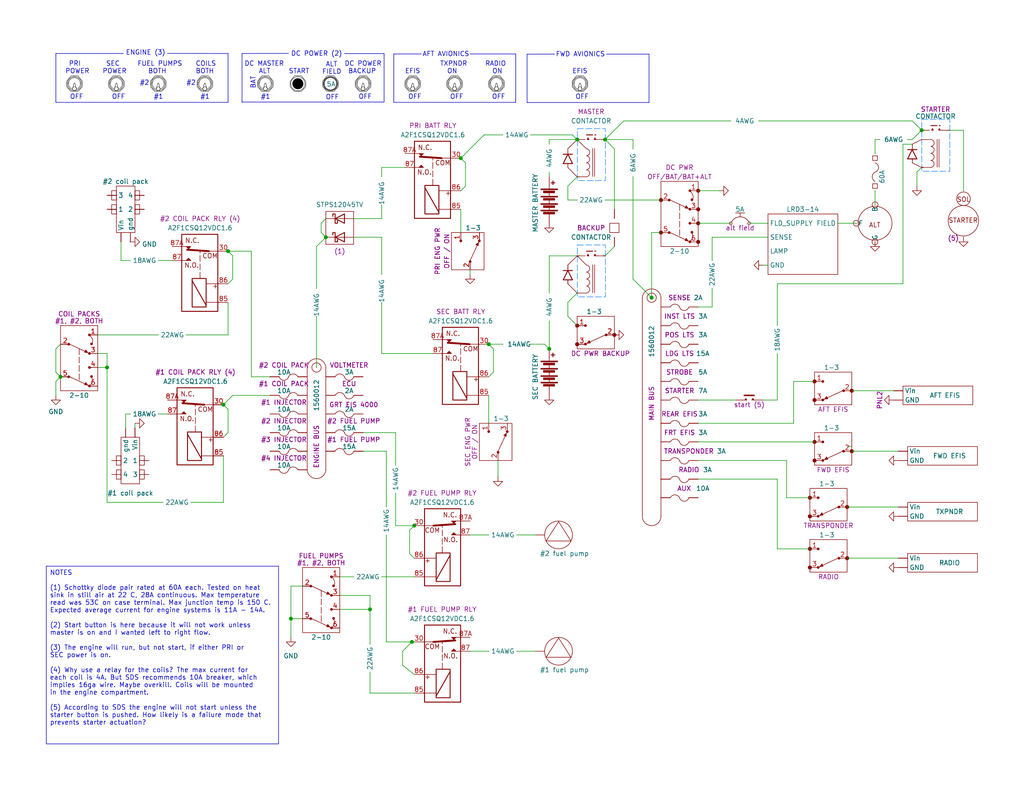
<source format=kicad_sch>
(kicad_sch (version 20230121) (generator eeschema)
  (paper "USLetter")
  (title_block (title "MA5 Charger Schematic") (rev "1"))
  (lib_symbols
    (symbol "1-3_1"
      (property "Reference" "SW" (at 0.1524 8.255 0))
      (property "Value" "1-3" (at -0.0254 6.2992 0))
      (symbol "1-3_1_1_1"
        (pin passive line (at 5.08 2.54 180) (length 2.54) (name "") (number "1"))
        (pin passive line (at -5.08 0 0) (length 2.54) (name "") (number "2"))
        (pin passive line (at 5.08 -2.54 180) (length 2.54) (name "") (number "3"))
      )
    )
    (symbol "2-10_1"
      (property "Value" "2-10" (at 0 -13.7668 0))
      (property "Label" "switch" (at 0 0 0))
      (symbol "2-10_1_1_1"
        (pin passive line (at 5.08 2.54 180) (length 2.54) (name "") (number "1"))
        (pin passive line (at -5.08 0 0) (length 2.54) (name "") (number "2"))
        (pin passive line (at 5.08 -2.54 180) (length 2.54) (name "") (number "3"))
        (pin passive line (at 5.08 -6.35 180) (length 2.54) (name "") (number "4"))
        (pin passive line (at -5.08 -8.89 0) (length 2.54) (name "") (number "5"))
        (pin passive line (at 5.08 -11.43 180) (length 2.54) (name "") (number "6"))
      )
    )
    (symbol "coil_pack_1" (pin_numbers hide)
      (property "Value" "coil pack" (at 0 7.62 0))
      (symbol "coil_pack_1_1_1"
        (pin output line (at -5.08 0 0) (length 2.54) (name "1") (number ""))
        (pin output line (at 5.08 0 180) (length 2.54) (name "2") (number ""))
        (pin output line (at -5.08 3.81 0) (length 2.54) (name "3") (number ""))
        (pin output line (at 5.08 3.81 180) (length 2.54) (name "4") (number ""))
        (pin power_in line (at -1.27 -8.89 90) (length 2.54) (name "Vin") (number "5"))
        (pin power_in line (at 1.27 -8.89 90) (length 2.54) (name "gnd") (number "6"))
      )
    )
    (symbol "contactor_1" (pin_numbers hide) (pin_names (offset 0.254) hide)
      (property "Value" "Contactor" (at 0 12.7 0))
      (symbol "contactor_1_1_1"
        (pin input line (at -6.35 -3.81 90) (length 1) (name "") (number ""))
        (pin input line (at -6.35 1.27 270) (length 1) (name "") (number ""))
        (pin passive line (at -3.81 3.81 0) (length 0.508) (name "~") (number "1"))
        (pin passive line (at -3.81 -6.35 0) (length 0.508) (name "2") (number "2"))
        (pin passive line (at 3.81 3.81 180) (length 0.508) (name "2") (number "3"))
      )
    )
    (symbol "fuse_1" (pin_numbers hide) (pin_names (offset 0) hide)
      (property "Value" "5A" (at 1.27 2.54 0))
      (property "label" "fuse" (at 0 -2.54 0))
      (symbol "fuse_1_1_1"
        (pin input line (at -5.08 0 0) (length 2.54) (name "~") (number ""))
        (pin input line (at 5.08 0 180) (length 2.54) (name "~") (number ""))
      )
    )
    (symbol "ma5_:1-3"
      (property "Reference" "SW" (at 0.1524 8.255 0))
      (property "Value" "1-3" (at -0.0254 6.2992 0))
      (symbol "1-3_1_1"
        (pin passive line (at 5.08 2.54 180) (length 2.54) (name "") (number "1"))
        (pin passive line (at -5.08 0 0) (length 2.54) (name "") (number "2"))
        (pin passive line (at 5.08 -2.54 180) (length 2.54) (name "") (number "3"))
      )
    )
    (symbol "ma5_:14AWG" (pin_numbers hide) (pin_names (offset 0) hide)
      (property "Value" "14AWG" (at 0 0 0))
      (symbol "14AWG_1_1"
        (pin passive line (at -3.81 0 0) (length 0) (name "") (number ""))
        (pin passive line (at 3.81 0 180) (length 0) (name "") (number ""))
      )
    )
    (symbol "ma5_:18AWG" (pin_numbers hide) (pin_names (offset 0) hide)
      (property "Value" "18AWG" (at 0 0 0))
      (symbol "18AWG_1_1"
        (pin passive line (at -3.81 0 0) (length 0) (name "") (number ""))
        (pin passive line (at 3.81 0 180) (length 0) (name "") (number ""))
      )
    )
    (symbol "ma5_:2-10"
      (property "Value" "2-10" (at 0 -13.7668 0))
      (property "Label" "switch" (at 0 0 0))
      (symbol "2-10_1_1"
        (pin passive line (at 5.08 2.54 180) (length 2.54) (name "") (number "1"))
        (pin passive line (at -5.08 0 0) (length 2.54) (name "") (number "2"))
        (pin passive line (at 5.08 -2.54 180) (length 2.54) (name "") (number "3"))
        (pin passive line (at 5.08 -6.35 180) (length 2.54) (name "") (number "4"))
        (pin passive line (at -5.08 -8.89 0) (length 2.54) (name "") (number "5"))
        (pin passive line (at 5.08 -11.43 180) (length 2.54) (name "") (number "6"))
      )
    )
    (symbol "ma5_:22AWG" (pin_numbers hide) (pin_names (offset 0) hide)
      (property "Value" "22AWG" (at 0 0 0))
      (symbol "22AWG_1_1"
        (pin passive line (at -3.81 0 0) (length 0) (name "") (number ""))
        (pin passive line (at 3.81 0 180) (length 0) (name "") (number ""))
      )
    )
    (symbol "ma5_:4AWG" (pin_numbers hide) (pin_names (offset 0) hide)
      (property "Value" "4AWG" (at 0 0 0))
      (symbol "4AWG_1_1"
        (pin passive line (at -3.81 0 0) (length 0) (name "") (number ""))
        (pin passive line (at 3.81 0 180) (length 0) (name "") (number ""))
      )
    )
    (symbol "ma5_:6AWG" (pin_numbers hide) (pin_names (offset 0) hide)
      (property "Value" "6AWG" (at 0 0 0))
      (symbol "6AWG_1_1"
        (pin passive line (at -3.81 0 0) (length 0) (name "") (number ""))
        (pin passive line (at 3.81 0 180) (length 0) (name "") (number ""))
      )
    )
    (symbol "ma5_:A2F1CSQ12VDC1.6"
      (property "Value" "A2F1CSQ12VDC1.6" (at -8.2169 12.7635 0))
      (symbol "A2F1CSQ12VDC1.6_1_1"
        (text "+" (at -4.064 -3.2512 900) (effects (font (size 1.27 1.27))))
        (text "COM" (at -2.6924 5.08 0) (effects (font (size 1.27 1.27))))
        (text "N.C." (at 2.1336 9.271 0) (effects (font (size 1.27 1.27))))
        (text "N.O." (at 2.3114 2.5146 0) (effects (font (size 1.27 1.27))))
        (pin passive line (at -7.62 6.35 0) (length 2.54) (name "") (number "30"))
        (pin passive line (at -7.62 -7.62 0) (length 2.54) (name "") (number "85"))
        (pin passive line (at -7.62 -2.54 0) (length 2.54) (name "~") (number "86"))
        (pin passive line (at 7.62 3.81 180) (length 2.54) (name "~") (number "87"))
        (pin passive line (at 7.62 7.62 180) (length 2.54) (name "~") (number "87A"))
      )
    )
    (symbol "ma5_:ANL current limiter" (pin_numbers hide) (pin_names (offset 0) hide)
      (property "Value" "60A" (at 1.27 2.54 0))
      (property "label" "ANL Current Limiter" (at 0 -2.54 0))
      (symbol "ANL current limiter_1_1"
        (pin input line (at -5.08 0 0) (length 0) (name "~") (number ""))
        (pin input line (at 5.08 0 180) (length 0) (name "~") (number ""))
      )
    )
    (symbol "ma5_:LRD3-14" (pin_numbers hide)
      (property "Value" "LRD3-14" (at 0 10.16 0))
      (symbol "LRD3-14_1_1"
        (pin power_in line (at 10.16 6.35 180) (length 0) (name "FIELD") (number ""))
        (pin power_in line (at -8.89 6.35 0) (length 0) (name "FLD_SUPPLY") (number ""))
        (pin power_in line (at -8.89 -5.08 0) (length 0) (name "GND") (number ""))
        (pin output line (at -8.89 -1.27 0) (length 0) (name "LAMP") (number ""))
        (pin input line (at -8.89 2.54 0) (length 0) (name "SENSE") (number ""))
      )
    )
    (symbol "ma5_:STPS12045TV" (pin_numbers hide) (pin_names (offset 1.016) hide)
      (property "Value" "STPS12045TV" (at -0.0254 -8.4582 0))
      (symbol "STPS12045TV_1_1"
        (pin passive line (at -3.81 0 0) (length 2.54) (name "K") (number "1"))
        (pin passive line (at 3.81 0 180) (length 2.54) (name "A") (number "2"))
        (pin passive line (at 3.81 -5.08 180) (length 2.54) (name "A") (number "3"))
        (pin passive line (at -3.81 -5.08 0) (length 2.54) (name "K") (number "4"))
      )
    )
    (symbol "ma5_:alternator" (pin_numbers hide)
      (symbol "alternator_1_1"
        (text "ALT" (at -0.0762 -0.4572 0) (effects (font (size 1.27 1.27))))
        (pin power_out line (at 0 5.08 270) (length 0) (name "B") (number ""))
        (pin power_in line (at -5.08 0 0) (length 0) (name "F") (number ""))
        (pin power_in line (at 0 -5.08 90) (length 0) (name "G") (number ""))
      )
    )
    (symbol "ma5_:avionics_dev"
      (property "Reference" "U" (at -3.81 3.81 0))
      (property "Value" "avionics device" (at 10.16 0 0))
      (symbol "avionics_dev_1_1"
        (pin power_in line (at -3.81 -1.27 0) (length 2.54) (name "GND") (number ""))
        (pin power_in line (at -3.81 1.27 0) (length 2.54) (name "Vin") (number ""))
      )
    )
    (symbol "ma5_:battery" (pin_numbers hide) (pin_names (offset 0) hide)
      (property "Value" "battery" (at -3.81 -5.08 90))
      (symbol "battery_1_1"
        (pin passive line (at 0 5.08 270) (length 2.54) (name "+") (number "1"))
        (pin passive line (at 0 -7.62 90) (length 2.54) (name "-") (number "2"))
      )
    )
    (symbol "ma5_:brass strip" (pin_numbers hide) (pin_names (offset 0) hide)
      (symbol "brass strip_1_1"
        (pin input line (at -5.08 0 0) (length 2.54) (name "~") (number ""))
        (pin input line (at 5.08 0 180) (length 2.54) (name "~") (number ""))
      )
    )
    (symbol "ma5_:circuit breaker" (pin_numbers hide) (pin_names (offset 0) hide)
      (property "Value" "5A" (at 0 -0.9652 0))
      (symbol "circuit breaker_1_1"
        (pin input line (at -2.54 0 0) (length 0) (name "~") (number ""))
        (pin input line (at 2.54 0 180) (length 0) (name "~") (number ""))
      )
    )
    (symbol "ma5_:circuit breaker graphic" (pin_numbers hide) (pin_names (offset 0) hide) (on_board no)
      (property "Value" "5A" (at 0 0 0))
    )
    (symbol "ma5_:contactor" (pin_numbers hide) (pin_names (offset 0.254) hide)
      (property "Value" "Contactor" (at 0 12.7 0))
      (symbol "contactor_1_1"
        (pin input line (at -6.35 -3.81 90) (length 1) (name "") (number ""))
        (pin input line (at -6.35 1.27 270) (length 1) (name "") (number ""))
        (pin passive line (at -3.81 3.81 0) (length 0.508) (name "~") (number "1"))
        (pin passive line (at -3.81 -6.35 0) (length 0.508) (name "2") (number "2"))
        (pin passive line (at 3.81 3.81 180) (length 0.508) (name "2") (number "3"))
      )
    )
    (symbol "ma5_:fuel_pump"
      (property "Reference" "M" (at 0 5.08 0))
      (property "Value" "fuel pump" (at 0.5334 -4.445 0))
      (symbol "fuel_pump_1_1"
        (pin power_in line (at -6.35 0 0) (length 2.54) (name "") (number ""))
      )
    )
    (symbol "ma5_:fuse" (pin_numbers hide) (pin_names (offset 0) hide)
      (property "Value" "5A" (at 1.27 2.54 0))
      (property "label" "fuse" (at -2.54 2.54 0))
      (symbol "fuse_1_1"
        (pin input line (at -5.08 0 0) (length 2.54) (name "~") (number ""))
        (pin input line (at 5.08 0 180) (length 2.54) (name "~") (number ""))
      )
    )
    (symbol "ma5_:fuse block x 12" (pin_numbers hide) (pin_names hide)
      (property "Value" "1560012" (at 0 -16.51 0))
      (property "label" "12 x fuse block" (at 0 0 90))
      (symbol "fuse block x 12_1_1"
        (pin power_in line (at 0 15.24 270) (length 0) (name "Vin") (number ""))
        (pin power_out line (at -2.54 2.54 0) (length 0) (name "5A") (number "1"))
        (pin power_out line (at 2.54 -2.54 180) (length 0) (name "5A") (number "10"))
        (pin power_out line (at -2.54 -2.54 0) (length 0) (name "5A") (number "11"))
        (pin power_out line (at -2.54 -12.7 0) (length 0) (name "5A") (number "12"))
        (pin power_out line (at -2.54 7.62 0) (length 0) (name "5A") (number "2"))
        (pin power_out line (at -2.54 12.7 0) (length 0) (name "5A") (number "3"))
        (pin power_out line (at 2.54 12.7 180) (length 0) (name "5A") (number "4"))
        (pin power_out line (at 2.54 7.62 180) (length 0) (name "5A") (number "5"))
        (pin power_out line (at 2.54 2.54 180) (length 0) (name "5A") (number "6"))
        (pin power_out line (at -2.54 -7.62 0) (length 0) (name "5A") (number "7"))
        (pin power_out line (at 2.54 -12.7 180) (length 0) (name "5A") (number "8"))
        (pin power_out line (at 2.54 -7.62 180) (length 0) (name "5A") (number "9"))
      )
    )
    (symbol "ma5_:fuse block x 12 (RH)" (pin_numbers hide) (pin_names hide)
      (property "Value" "1560012" (at 1.27 -49.53 0))
      (property "label" "12 x fuse block" (at 0 -12.7 90))
      (symbol "fuse block x 12 (RH)_1_1"
        (pin power_in line (at 0 15.24 270) (length 0) (name "Vin") (number ""))
        (pin power_out line (at 2.54 -34.29 180) (length 0) (name "5A") (number "1"))
        (pin power_out line (at 2.54 -2.54 180) (length 0) (name "5A") (number "10"))
        (pin power_out line (at 2.54 -29.21 180) (length 0) (name "5A") (number "11"))
        (pin power_out line (at 2.54 -19.05 180) (length 0) (name "5A") (number "12"))
        (pin power_out line (at 2.54 -39.37 180) (length 0) (name "5A") (number "2"))
        (pin power_out line (at 2.54 -44.45 180) (length 0) (name "5A") (number "3"))
        (pin power_out line (at 2.54 12.7 180) (length 0) (name "5A") (number "4"))
        (pin power_out line (at 2.54 7.62 180) (length 0) (name "5A") (number "5"))
        (pin power_out line (at 2.54 2.54 180) (length 0) (name "5A") (number "6"))
        (pin power_out line (at 2.54 -24.13 180) (length 0) (name "5A") (number "7"))
        (pin power_out line (at 2.54 -12.7 180) (length 0) (name "5A") (number "8"))
        (pin power_out line (at 2.54 -7.62 180) (length 0) (name "5A") (number "9"))
      )
    )
    (symbol "ma5_:push-btn" (pin_numbers hide) (pin_names hide)
      (symbol "push-btn_1_1"
        (pin passive line (at 3.81 0 180) (length 2.54) (name "") (number "1"))
        (pin passive line (at -3.81 0 0) (length 2.54) (name "") (number "2"))
      )
    )
    (symbol "ma5_:pushbutton graphic" (pin_numbers hide) (pin_names (offset 0) hide) (on_board no))
    (symbol "ma5_:starter" (pin_numbers hide) (pin_names hide)
      (symbol "starter_1_1"
        (text "SOL" (at 0.0254 5.2578 0) (effects (font (size 1.27 1.27))))
        (text "STARTER" (at -0.0762 -0.4572 0) (effects (font (size 1.27 1.27))))
        (pin passive line (at 0 -5.08 90) (length 0) (name "") (number ""))
        (pin passive line (at 0 7.62 270) (length 0) (name "") (number ""))
      )
    )
    (symbol "ma5_:starter_contactor" (pin_numbers hide) (pin_names (offset 0.254) hide)
      (property "Value" "starter contactor" (at 0 12.7 0))
      (symbol "starter_contactor_1_1"
        (pin input line (at -6.35 -5.08 90) (length 1) (name "") (number ""))
        (pin input line (at -6.35 0 270) (length 1) (name "") (number ""))
        (pin input line (at -3.81 1.27 0) (length 0) (name "~") (number ""))
        (pin passive line (at -3.81 3.81 0) (length 0.508) (name "~") (number "1"))
        (pin passive line (at -3.81 -6.35 0) (length 0.508) (name "2") (number "2"))
        (pin passive line (at 3.81 3.81 180) (length 0.508) (name "2") (number "3"))
      )
    )
    (symbol "power:GND" (power) (pin_names (offset 0))
      (property "Value" "GND" (at 0 -3.81 0))
      (symbol "GND_1_1"
        (pin power_in line (at 0 0 270) (length 0) hide (name "GND") (number "1"))
      )
    )
    (symbol "switch_graphic_1" (pin_numbers hide) (pin_names (offset 0) hide) (on_board no))
  )
  (junction (at 100.965 166.37))
  (junction (at 251.46 35.56))
  (junction (at 113.03 143.51))
  (junction (at 165.1 38.1))
  (junction (at 133.35 93.98))
  (junction (at 29.21 100.33))
  (junction (at 16.51 102.87))
  (junction (at 112.395 175.26))
  (junction (at 125.73 43.18))
  (junction (at 88.9 64.77))
  (junction (at 157.48 38.1))
  (junction (at 62.23 68.58))
  (junction (at 79.375 168.91))
  (junction (at 177.8 81.28))
  (junction (at 149.86 95.25))
  (junction (at 60.96 110.49))
  (wire (pts (xy 26.67 100.33) (xy 29.21 100.33)))
  (polyline (pts (xy 140.716 14.732) (xy 140.716 27.94)))
  (wire (pts (xy 190.5 109.22) (xy 200.66 109.22)))
  (wire (pts (xy 50.8 91.44) (xy 62.23 91.44)))
  (wire (pts (xy 238.76 38.1) (xy 240.03 38.1)))
  (polyline (pts (xy 165.481 14.7828) (xy 177.0888 14.7828)))
  (wire (pts (xy 92.71 162.56) (xy 100.965 162.56)))
  (wire (pts (xy 140.97 146.05) (xy 146.05 146.05)))
  (wire (pts (xy 231.14 121.92) (xy 232.41 121.92)))
  (wire (pts (xy 165.1 54.61) (xy 180.34 54.61)))
  (wire (pts (xy 86.36 78.74) (xy 86.36 67.31)))
  (wire (pts (xy 86.36 100.33) (xy 86.36 86.36)))
  (wire (pts (xy 140.97 177.8) (xy 146.05 177.8)))
  (wire (pts (xy 87.63 60.96) (xy 87.63 63.5)))
  (polyline (pts (xy 107.442 14.732) (xy 107.442 27.94)))
  (wire (pts (xy 52.07 137.16) (xy 60.96 137.16)))
  (wire (pts (xy 107.95 134.62) (xy 107.95 143.51)))
  (wire (pts (xy 190.5 130.81) (xy 212.09 130.81)))
  (wire (pts (xy 128.27 177.8) (xy 133.35 177.8)))
  (wire (pts (xy 26.67 96.52) (xy 29.21 96.52)))
  (wire (pts (xy 238.76 38.1) (xy 238.76 41.91)))
  (wire (pts (xy 63.5 76.2) (xy 63.5 69.85)))
  (wire (pts (xy 251.46 35.56) (xy 248.92 33.02)))
  (wire (pts (xy 207.01 33.02) (xy 248.92 33.02)))
  (wire (pts (xy 157.48 38.1) (xy 156.21 36.83)))
  (wire (pts (xy 34.29 113.03) (xy 35.56 113.03)))
  (wire (pts (xy 112.395 175.26) (xy 109.855 177.8)))
  (polyline (pts (xy 15.24 27.94) (xy 62.23 27.94)))
  (wire (pts (xy 167.64 67.31) (xy 165.1 69.85)))
  (wire (pts (xy 148.59 93.98) (xy 149.86 95.25)))
  (polyline (pts (xy 94.0308 14.6304) (xy 104.8004 14.6304)))
  (wire (pts (xy 107.95 118.11) (xy 107.95 127)))
  (wire (pts (xy 149.86 69.85) (xy 157.48 69.85)))
  (wire (pts (xy 127 50.8) (xy 125.73 52.07)))
  (wire (pts (xy 149.86 38.1) (xy 157.48 38.1)))
  (wire (pts (xy 246.38 39.37) (xy 246.38 77.47)))
  (wire (pts (xy 125.73 43.18) (xy 127 44.45)))
  (wire (pts (xy 214.63 135.89) (xy 220.98 135.89)))
  (polyline (pts (xy 177.0888 14.7828) (xy 177.0888 27.9908)))
  (wire (pts (xy 96.52 64.77) (xy 104.14 64.77)))
  (wire (pts (xy 104.14 82.55) (xy 104.14 96.52)))
  (wire (pts (xy 63.5 107.95) (xy 60.96 110.49)))
  (wire (pts (xy 247.65 38.1) (xy 248.92 38.1)))
  (wire (pts (xy 250.19 46.99) (xy 250.19 50.8)))
  (wire (pts (xy 63.5 107.95) (xy 73.66 107.95)))
  (wire (pts (xy 113.03 152.4) (xy 111.76 151.13)))
  (wire (pts (xy 212.09 77.47) (xy 246.38 77.47)))
  (wire (pts (xy 109.855 177.8) (xy 109.855 181.61)))
  (wire (pts (xy 134.62 95.25) (xy 133.35 93.98)))
  (polyline (pts (xy 15.24 14.605) (xy 33.655 14.605)))
  (wire (pts (xy 137.16 36.83) (xy 132.08 36.83)))
  (wire (pts (xy 100.965 166.37) (xy 100.965 175.895)))
  (wire (pts (xy 105.41 123.19) (xy 105.41 138.43)))
  (wire (pts (xy 238.76 52.07) (xy 238.76 55.88)))
  (wire (pts (xy 36.83 116.84) (xy 36.83 115.57)))
  (wire (pts (xy 170.18 33.02) (xy 199.39 33.02)))
  (wire (pts (xy 167.64 57.15) (xy 167.64 40.64)))
  (wire (pts (xy 248.92 38.1) (xy 251.46 35.56)))
  (wire (pts (xy 62.23 68.58) (xy 68.58 68.58)))
  (wire (pts (xy 92.71 157.48) (xy 96.52 157.48)))
  (wire (pts (xy 26.67 91.44) (xy 43.18 91.44)))
  (wire (pts (xy 43.18 71.12) (xy 46.99 71.12)))
  (wire (pts (xy 216.535 104.14) (xy 222.25 104.14)))
  (wire (pts (xy 208.28 109.22) (xy 212.09 109.22)))
  (polyline (pts (xy 107.442 14.732) (xy 114.935 14.732)))
  (polyline (pts (xy 45.6946 14.5796) (xy 62.23 14.605)))
  (wire (pts (xy 154.94 54.61) (xy 157.48 54.61)))
  (wire (pts (xy 212.09 96.52) (xy 212.09 109.22)))
  (wire (pts (xy 190.5 52.07) (xy 196.215 52.07)))
  (wire (pts (xy 16.51 93.98) (xy 15.24 95.25)))
  (wire (pts (xy 128.27 73.66) (xy 128.27 74.93)))
  (wire (pts (xy 190.5 125.73) (xy 214.63 125.73)))
  (polyline (pts (xy 66.04 14.605) (xy 78.74 14.5796)))
  (wire (pts (xy 79.375 168.91) (xy 79.375 173.99)))
  (wire (pts (xy 100.965 162.56) (xy 100.965 166.37)))
  (wire (pts (xy 154.94 86.36) (xy 157.48 88.9)))
  (polyline (pts (xy 66.0146 27.8638) (xy 104.7496 27.8638)))
  (wire (pts (xy 194.31 78.74) (xy 194.31 83.82)))
  (wire (pts (xy 154.94 50.8) (xy 154.94 54.61)))
  (wire (pts (xy 86.36 67.31) (xy 88.9 64.77)))
  (wire (pts (xy 177.8 63.5) (xy 177.8 81.28)))
  (wire (pts (xy 231.14 138.43) (xy 245.11 138.43)))
  (wire (pts (xy 246.38 39.37) (xy 248.92 39.37)))
  (wire (pts (xy 125.73 57.15) (xy 125.73 63.5)))
  (wire (pts (xy 149.86 87.63) (xy 149.86 95.25)))
  (polyline (pts (xy 143.8148 14.7828) (xy 151.3078 14.7828)))
  (wire (pts (xy 135.89 130.175) (xy 135.89 125.73)))
  (wire (pts (xy 60.96 124.46) (xy 60.96 137.16)))
  (wire (pts (xy 190.5 60.96) (xy 199.39 60.96)))
  (wire (pts (xy 104.14 48.26) (xy 104.14 45.72)))
  (wire (pts (xy 133.35 102.87) (xy 134.62 101.6)))
  (polyline (pts (xy 104.8004 14.6304) (xy 104.8004 27.8638)))
  (wire (pts (xy 194.31 64.77) (xy 209.55 64.77)))
  (wire (pts (xy 109.855 181.61) (xy 113.03 184.15)))
  (wire (pts (xy 60.96 119.38) (xy 62.23 118.11)))
  (wire (pts (xy 214.63 125.73) (xy 214.63 135.89)))
  (wire (pts (xy 96.52 59.69) (xy 104.14 59.69)))
  (wire (pts (xy 100.965 183.515) (xy 100.965 189.23)))
  (wire (pts (xy 194.31 64.77) (xy 194.31 71.12)))
  (polyline (pts (xy 66.04 14.605) (xy 66.04 27.94)))
  (wire (pts (xy 87.63 63.5) (xy 88.9 64.77)))
  (wire (pts (xy 62.23 77.47) (xy 63.5 76.2)))
  (wire (pts (xy 33.02 71.12) (xy 35.56 71.12)))
  (wire (pts (xy 104.14 96.52) (xy 118.11 96.52)))
  (wire (pts (xy 15.24 101.6) (xy 16.51 102.87)))
  (polyline (pts (xy 128.27 14.732) (xy 140.716 14.732)))
  (wire (pts (xy 149.86 69.85) (xy 149.86 80.01)))
  (wire (pts (xy 212.09 77.47) (xy 212.09 88.9)))
  (wire (pts (xy 149.86 46.99) (xy 149.86 48.26)))
  (wire (pts (xy 172.72 48.26) (xy 172.72 76.2)))
  (polyline (pts (xy 107.442 27.94) (xy 140.716 27.94)))
  (wire (pts (xy 212.09 149.86) (xy 220.98 149.86)))
  (wire (pts (xy 251.46 45.72) (xy 250.19 46.99)))
  (wire (pts (xy 228.6 60.96) (xy 233.68 60.96)))
  (wire (pts (xy 149.86 38.1) (xy 149.86 39.37)))
  (wire (pts (xy 154.94 82.55) (xy 154.94 86.36)))
  (wire (pts (xy 259.08 35.56) (xy 262.89 35.56)))
  (wire (pts (xy 177.8 63.5) (xy 180.34 63.5)))
  (wire (pts (xy 105.41 175.26) (xy 112.395 175.26)))
  (wire (pts (xy 144.78 93.98) (xy 148.59 93.98)))
  (wire (pts (xy 133.35 107.95) (xy 133.35 115.57)))
  (wire (pts (xy 190.5 120.65) (xy 222.25 120.65)))
  (wire (pts (xy 107.95 143.51) (xy 113.03 143.51)))
  (wire (pts (xy 104.14 45.72) (xy 110.49 45.72)))
  (wire (pts (xy 231.14 152.4) (xy 245.11 152.4)))
  (wire (pts (xy 62.23 82.55) (xy 62.23 91.44)))
  (wire (pts (xy 99.06 118.11) (xy 107.95 118.11)))
  (wire (pts (xy 62.23 118.11) (xy 62.23 111.76)))
  (wire (pts (xy 33.02 66.04) (xy 33.02 71.12)))
  (wire (pts (xy 113.03 175.26) (xy 112.395 175.26)))
  (wire (pts (xy 29.21 100.33) (xy 29.21 137.16)))
  (wire (pts (xy 133.35 93.98) (xy 137.16 93.98)))
  (wire (pts (xy 15.24 104.14) (xy 16.51 102.87)))
  (wire (pts (xy 165.1 38.1) (xy 170.18 33.02)))
  (wire (pts (xy 127 44.45) (xy 127 50.8)))
  (wire (pts (xy 29.21 137.16) (xy 44.45 137.16)))
  (wire (pts (xy 92.71 166.37) (xy 100.965 166.37)))
  (wire (pts (xy 262.89 35.56) (xy 262.89 52.07)))
  (wire (pts (xy 208.28 72.39) (xy 209.55 72.39)))
  (wire (pts (xy 172.72 76.2) (xy 177.8 81.28)))
  (wire (pts (xy 104.14 157.48) (xy 113.03 157.48)))
  (wire (pts (xy 212.09 130.81) (xy 212.09 149.86)))
  (wire (pts (xy 232.41 106.68) (xy 243.84 106.68)))
  (wire (pts (xy 190.5 83.82) (xy 194.31 83.82)))
  (wire (pts (xy 63.5 69.85) (xy 62.23 68.58)))
  (wire (pts (xy 157.48 48.26) (xy 154.94 50.8)))
  (wire (pts (xy 105.41 146.05) (xy 105.41 175.26)))
  (polyline (pts (xy 15.24 14.605) (xy 15.24 27.94)))
  (wire (pts (xy 79.375 160.02) (xy 79.375 168.91)))
  (wire (pts (xy 216.535 115.57) (xy 216.535 104.14)))
  (wire (pts (xy 111.76 144.78) (xy 113.03 143.51)))
  (polyline (pts (xy 143.8148 14.7828) (xy 143.8148 27.9908)))
  (wire (pts (xy 100.965 189.23) (xy 113.03 189.23)))
  (wire (pts (xy 104.14 59.69) (xy 104.14 55.88)))
  (wire (pts (xy 157.48 80.01) (xy 154.94 82.55)))
  (wire (pts (xy 79.375 168.91) (xy 82.55 168.91)))
  (wire (pts (xy 29.21 96.52) (xy 29.21 100.33)))
  (wire (pts (xy 165.1 38.1) (xy 167.64 40.64)))
  (wire (pts (xy 172.72 38.1) (xy 172.72 40.64)))
  (wire (pts (xy 134.62 101.6) (xy 134.62 95.25)))
  (wire (pts (xy 15.24 107.95) (xy 15.24 104.14)))
  (wire (pts (xy 111.76 144.78) (xy 111.76 151.13)))
  (wire (pts (xy 34.29 113.03) (xy 34.29 116.84)))
  (wire (pts (xy 15.24 95.25) (xy 15.24 101.6)))
  (wire (pts (xy 88.9 59.69) (xy 87.63 60.96)))
  (wire (pts (xy 204.47 60.96) (xy 209.55 60.96)))
  (polyline (pts (xy 143.8148 27.9908) (xy 177.0888 27.9908)))
  (wire (pts (xy 156.21 36.83) (xy 144.78 36.83)))
  (wire (pts (xy 165.1 38.1) (xy 172.72 38.1)))
  (wire (pts (xy 99.06 123.19) (xy 105.41 123.19)))
  (wire (pts (xy 43.18 113.03) (xy 45.72 113.03)))
  (wire (pts (xy 104.14 64.77) (xy 104.14 74.93)))
  (polyline (pts (xy 62.23 14.605) (xy 62.23 27.94)))
  (wire (pts (xy 190.5 115.57) (xy 216.535 115.57)))
  (wire (pts (xy 79.375 160.02) (xy 82.55 160.02)))
  (wire (pts (xy 132.08 36.83) (xy 125.73 43.18)))
  (wire (pts (xy 128.27 146.05) (xy 133.35 146.05)))
  (wire (pts (xy 232.41 123.19) (xy 245.11 123.19)))
  (wire (pts (xy 62.23 111.76) (xy 60.96 110.49)))
  (wire (pts (xy 68.58 68.58) (xy 68.58 102.87)))
  (wire (pts (xy 68.58 102.87) (xy 73.66 102.87)))
  (text_box "NOTES\n\n(1) Schottky diode pair rated at 60A each. Tested on heat \nsink in still air at 22 C, 28A continuous. Max temperature \nread was 53C on case terminal. Max junction temp is 150 C. \nExpected average current for engine systems is 11A - 14A.\n\n(2) Start button is here because it will not work unless \nmaster is on and I wanted left to right flow.\n\n(3) The engine will run, but not start, if either PRI or \nSEC power is on.\n\n(4) Why use a relay for the coils? The max current for \neach coil is 4A. But SDS recommends 10A breaker, which  \nimplies 16ga wire. Maybe overkill. Coils will be mounted \nin the engine compartment.\n\n(5) According to SDS the engine will not start unless the starter button is pushed. How likely is a failure mode that prevents starter actuation?" (at 12.6238 154.5844 0) (size 63.373 48.514) (effects (font (size 1.27 1.27)) (justify left top)))
  (text "FUEL PUMPS\n   BOTH" (at 37.465 20.32 0) (effects (font (size 1.27 1.27)) (justify left bottom)))
  (text "#2" (at 50.8 23.495 0) (effects (font (size 1.27 1.27)) (justify left bottom)))
  (text "OFF" (at 111.3282 27.305 0) (effects (font (size 1.27 1.27)) (justify left bottom)))
  (text "OFF" (at 19.05 27.305 0) (effects (font (size 1.27 1.27)) (justify left bottom)))
  (text "OFF" (at 134.1882 27.305 0) (effects (font (size 1.27 1.27)) (justify left bottom)))
  (text "OFF" (at 97.79 27.305 0) (effects (font (size 1.27 1.27)) (justify left bottom)))
  (text "RADIO\n  ON" (at 132.334 20.32 0) (effects (font (size 1.27 1.27)) (justify left bottom)))
  (text " SEC\nPOWER" (at 27.94 20.32 0) (effects (font (size 1.27 1.27)) (justify left bottom)))
  (text "#1" (at 71.12 27.305 0) (effects (font (size 1.27 1.27)) (justify left bottom)))
  (text "COILS\nBOTH" (at 53.34 20.32 0) (effects (font (size 1.27 1.27)) (justify left bottom)))
  (text "AFT AVIONICS" (at 115.2398 15.6464 0) (effects (font (size 1.27 1.27)) (justify left bottom)))
  (text "OFF" (at 30.48 27.305 0) (effects (font (size 1.27 1.27)) (justify left bottom)))
  (text "DC MASTER\n    ALT" (at 66.675 20.32 0) (effects (font (size 1.27 1.27)) (justify left bottom)))
  (text " PRI\nPOWER" (at 17.78 20.32 0) (effects (font (size 1.27 1.27)) (justify left bottom)))
  (text "ENGINE (3)" (at 34.29 15.24 0) (effects (font (size 1.27 1.27)) (justify left bottom)))
  (text "OFF" (at 156.972 27.305 0) (effects (font (size 1.27 1.27)) (justify left bottom)))
  (text " ALT\nFIELD" (at 87.8586 20.4724 0) (effects (font (size 1.27 1.27)) (justify left bottom)))
  (text "TXPNDR \n  ON" (at 120.015 20.32 0) (effects (font (size 1.27 1.27)) (justify left bottom)))
  (text "OFF" (at 88.8238 27.4066 0) (effects (font (size 1.27 1.27)) (justify left bottom)))
  (text "#1" (at 54.61 27.305 0) (effects (font (size 1.27 1.27)) (justify left bottom)))
  (text "EFIS" (at 156.1084 20.32 0) (effects (font (size 1.27 1.27)) (justify left bottom)))
  (text "#1" (at 41.91 27.305 0) (effects (font (size 1.27 1.27)) (justify left bottom)))
  (text "#2" (at 38.1 23.495 0) (effects (font (size 1.27 1.27)) (justify left bottom)))
  (text "EFIS" (at 110.4646 20.32 0) (effects (font (size 1.27 1.27)) (justify left bottom)))
  (text "DC POWER\n BACKUP" (at 93.98 20.32 0) (effects (font (size 1.27 1.27)) (justify left bottom)))
  (text "OFF" (at 122.7582 27.305 0) (effects (font (size 1.27 1.27)) (justify left bottom)))
  (text "START" (at 78.74 20.32 0) (effects (font (size 1.27 1.27)) (justify left bottom)))
  (text "DC POWER (2)" (at 79.375 15.5448 0) (effects (font (size 1.27 1.27)) (justify left bottom)))
  (text "BAT" (at 69.8246 24.384 90) (effects (font (size 1.27 1.27)) (justify left bottom)))
  (text "FWD AVIONICS" (at 151.6126 15.6972 0) (effects (font (size 1.27 1.27)) (justify left bottom)))
  (symbol (lib_id "ma5_:22AWG") (at 100.33 157.48 180) (unit 1)
    (property "Reference" "F41" (effects hide))
    (property "Value" "22AWG" (at 97.155 157.48 0) (effects (justify right)))
  )
  (symbol (lib_id "ma5_:battery") (at 149.86 100.33 0) (unit 1)
    (property "Reference" "BT1" (effects hide))
    (property "Value" "SEC BATTERY" (at 146.05 109.22 90) (effects (justify left)))
  )
  (symbol (lib_name "2-10_1") (lib_id "ma5_:2-10") (at 21.59 93.98 0) (unit 1)
    (property "Reference" "SW9" (effects hide))
    (property "Value" "2-10" (at 21.59 107.95 0))
    (property "Label" "COIL PACKS" (at 21.59 85.725 0))
    (property "Operation" "#1, #2, BOTH" (at 21.59 87.63 0))
  )
  (symbol (lib_id "power:GND") (at 208.28 72.39 270) (unit 1)
    (property "Reference" "#PWR013" (effects hide))
    (property "Value" "GND" (effects hide))
  )
  (symbol (lib_id "ma5_:fuse") (at 93.98 107.95 0) (unit 1)
    (property "Reference" "F4" (effects hide))
    (property "Value" "2A" (at 95.25 106.68 0))
    (property "label" "ECU" (at 95.25 104.775 0))
  )
  (symbol (lib_id "ma5_:fuse block x 12 (RH)") (at 177.8 96.52 0) (unit 1)
    (property "Reference" "FB2" (effects hide))
    (property "Value" "1560012" (at 177.8 88.9 90) (effects (justify right)))
    (property "fuses" "12" (effects hide))
    (property "label" "MAIN BUS" (at 177.8 105.41 90) (effects (justify right)))
  )
  (symbol (lib_id "ma5_:1-3") (at 135.89 120.65 90) (unit 1)
    (property "Reference" "SW5" (effects hide))
    (property "Value" "1-3" (at 134.62 114.3 90) (effects (justify right)))
    (property "label" "SEC ENG PWR" (at 127.635 120.65 0))
    (property "operation" "OFF / ON" (at 129.54 120.65 0))
  )
  (symbol (lib_id "ma5_:fuse") (at 78.74 123.19 0) (mirror y) (unit 1)
    (property "Reference" "F12" (effects hide))
    (property "Value" "10A" (at 77.47 121.92 0))
    (property "label" "#3 INJECTOR" (at 77.47 120.015 0))
  )
  (symbol (lib_name "switch_graphic_1") (lib_id "ma5_:switch_graphic") (at 20.32 22.86 0) (unit 1) (on_board no)
    (property "Reference" "SW4" (effects hide))
  )
  (symbol (lib_name "1-3_1") (lib_id "ma5_:1-3") (at 162.56 91.44 0) (mirror y) (unit 1)
    (property "Reference" "SW10" (effects hide))
    (property "Value" "1-3" (at 160.02 85.09 0) (effects (justify right)))
    (property "Label" "DC PWR BACKUP" (at 163.83 96.52 0))
  )
  (symbol (lib_name "switch_graphic_1") (lib_id "ma5_:switch_graphic") (at 158.242 22.86 0) (unit 1) (on_board no)
    (property "Reference" "SW22" (effects hide))
  )
  (symbol (lib_id "ma5_:14AWG") (at 105.41 142.24 90) (unit 1)
    (property "Reference" "F38" (effects hide))
    (property "Value" "14AWG" (at 105.41 145.415 0) (effects (justify left)))
  )
  (symbol (lib_name "2-10_1") (lib_id "ma5_:2-10") (at 87.63 160.02 0) (unit 1)
    (property "Reference" "SW3" (effects hide))
    (property "Value" "2-10" (at 87.63 173.99 0))
    (property "Label" "FUEL PUMPS" (at 87.63 151.765 0))
    (property "Operation" "#1, #2, BOTH" (at 87.63 153.67 0))
  )
  (symbol (lib_id "ma5_:fuse block x 12") (at 86.36 115.57 0) (unit 1)
    (property "Reference" "FB1" (effects hide))
    (property "Value" "1560012" (at 86.36 107.95 90))
    (property "fuses" "12" (effects hide))
    (property "label" "ENGINE BUS" (at 86.36 121.92 90))
  )
  (symbol (lib_id "power:GND") (at 245.11 140.97 270) (unit 1)
    (property "Reference" "#PWR017" (effects hide))
    (property "Value" "GND" (effects hide))
  )
  (symbol (lib_id "ma5_:fuse") (at 93.98 102.87 0) (unit 1)
    (property "Reference" "F2" (effects hide))
    (property "Value" "3A" (at 95.25 101.6 0))
    (property "label" "VOLTMETER" (at 95.25 99.695 0))
  )
  (symbol (lib_id "ma5_:22AWG") (at 48.26 137.16 180) (unit 1)
    (property "Reference" "F42" (effects hide))
    (property "Value" "22AWG" (at 45.085 137.16 0) (effects (justify right)))
  )
  (symbol (lib_id "ma5_:6AWG") (at 172.72 44.45 90) (unit 1)
    (property "Reference" "F32" (effects hide))
    (property "Value" "6AWG" (at 172.72 44.45 0))
  )
  (symbol (lib_id "power:GND") (at 196.215 52.07 90) (unit 1)
    (property "Reference" "#PWR012" (effects hide))
    (property "Value" "GND" (effects hide))
  )
  (symbol (lib_name "contactor_1") (lib_id "ma5_:contactor") (at 161.29 41.91 0) (unit 1)
    (property "Reference" "K2" (effects hide))
    (property "Value" "CONTACTOR" (at 161.29 33.02 0))
    (property "Label" "MASTER" (at 161.29 30.48 0))
  )
  (symbol (lib_id "power:GND") (at 149.86 60.96 0) (unit 1)
    (property "Reference" "#PWR06" (effects hide))
    (property "Value" "GND" (effects hide))
  )
  (symbol (lib_id "power:GND") (at 79.375 173.99 0) (unit 1)
    (property "Reference" "#PWR01" (effects hide))
    (property "Value" "GND" (at 79.375 179.07 0))
  )
  (symbol (lib_name "fuse_1") (lib_id "ma5_:fuse") (at 185.42 120.65 0) (unit 1)
    (property "Reference" "F21" (effects hide))
    (property "Value" "3A" (at 191.77 118.11 0))
    (property "label" "FRT EFIS" (at 185.42 118.11 0))
  )
  (symbol (lib_id "ma5_:battery") (at 149.86 53.34 0) (unit 1)
    (property "Reference" "BT2" (effects hide))
    (property "Value" "MASTER BATTERY" (at 146.05 63.5 90) (effects (justify left)))
  )
  (symbol (lib_id "ma5_:14AWG") (at 107.95 130.81 90) (unit 1)
    (property "Reference" "F39" (effects hide))
    (property "Value" "14AWG" (at 107.95 133.985 0) (effects (justify left)))
  )
  (symbol (lib_id "power:GND") (at 36.83 115.57 90) (unit 1)
    (property "Reference" "#PWR07" (effects hide))
    (property "Value" "GND" (effects hide))
  )
  (symbol (lib_name "switch_graphic_1") (lib_id "ma5_:switch_graphic") (at 135.4582 22.86 0) (unit 1) (on_board no)
    (property "Reference" "SW19" (effects hide))
  )
  (symbol (lib_id "power:GND") (at 250.19 50.8 0) (unit 1)
    (property "Reference" "#PWR011" (effects hide))
    (property "Value" "GND" (effects hide))
  )
  (symbol (lib_id "ma5_:fuel_pump") (at 152.4 177.8 0) (unit 1)
    (property "Reference" "M4" (effects hide))
    (property "Value" "#1 fuel pump" (at 147.32 182.88 0) (effects (justify left)))
  )
  (symbol (lib_name "1-3_1") (lib_id "ma5_:1-3") (at 227.33 106.68 0) (mirror y) (unit 1)
    (property "Reference" "SW12" (effects hide))
    (property "Value" "1-3" (at 224.79 100.33 0) (effects (justify right)))
    (property "Label" "AFT EFIS" (at 227.33 111.76 0))
  )
  (symbol (lib_name "1-3_1") (lib_id "ma5_:1-3") (at 226.06 138.43 0) (mirror y) (unit 1)
    (property "Reference" "SW14" (effects hide))
    (property "Value" "1-3" (at 223.52 132.08 0) (effects (justify right)))
    (property "Label" "TRANSPONDER" (at 226.06 143.51 0))
  )
  (symbol (lib_id "power:GND") (at 245.11 125.73 270) (unit 1)
    (property "Reference" "#PWR014" (effects hide))
    (property "Value" "GND" (effects hide))
  )
  (symbol (lib_id "ma5_:ANL current limiter") (at 238.76 46.99 90) (unit 1)
    (property "Reference" "F1" (effects hide))
    (property "Value" "60A" (at 240.665 48.26 0))
    (property "label" "ANL Current Limiter" (effects hide))
  )
  (symbol (lib_name "coil_pack_1") (lib_id "ma5_:coil_pack") (at 34.29 57.15 0) (unit 1)
    (property "Reference" "U8" (effects hide))
    (property "Value" "#2 coil pack" (at 34.29 49.53 0))
  )
  (symbol (lib_id "ma5_:avionics_dev") (at 247.65 107.95 0) (unit 1)
    (property "Reference" "U4" (effects hide))
    (property "Value" "AFT EFIS" (at 257.81 107.95 0))
  )
  (symbol (lib_id "ma5_:fuse") (at 78.74 113.03 0) (mirror y) (unit 1)
    (property "Reference" "F10" (effects hide))
    (property "Value" "10A" (at 77.47 111.76 0))
    (property "label" "#1 INJECTOR" (at 77.47 109.855 0))
  )
  (symbol (lib_id "ma5_:A2F1CSQ12VDC1.6") (at 120.65 181.61 0) (unit 1)
    (property "Reference" "K3" (effects hide))
    (property "Value" "A2F1CSQ12VDC1.6" (at 120.6627 168.91 0))
    (property "Datasheet" "https://www.citrelay.com/Catalog%20Pages/RelayCatalog/A2.pdf" (effects hide))
    (property "label" "#1 FUEL PUMP RLY" (at 120.65 166.37 0))
  )
  (symbol (lib_id "ma5_:fuse") (at 78.74 107.95 0) (mirror y) (unit 1)
    (property "Reference" "F9" (effects hide))
    (property "Value" "10A" (at 77.47 106.68 0))
    (property "label" "#1 COIL PACK" (at 77.47 104.775 0))
  )
  (symbol (lib_name "coil_pack_1") (lib_id "ma5_:coil_pack") (at 35.56 125.73 180) (unit 1)
    (property "Reference" "U1" (effects hide))
    (property "Value" "#1 coil pack" (at 35.56 134.62 0))
  )
  (symbol (lib_id "ma5_:A2F1CSQ12VDC1.6") (at 54.61 74.93 0) (mirror y) (unit 1)
    (property "Reference" "K7" (effects hide))
    (property "Value" "A2F1CSQ12VDC1.6" (at 54.5973 62.23 0))
    (property "Datasheet" "https://www.citrelay.com/Catalog%20Pages/RelayCatalog/A2.pdf" (effects hide))
    (property "label" "#2 COIL PACK RLY (4)" (at 54.61 59.69 0))
  )
  (symbol (lib_id "ma5_:18AWG") (at 39.37 71.12 180) (unit 1)
    (property "Reference" "F44" (effects hide))
    (property "Value" "18AWG" (at 36.195 71.12 0) (effects (justify right)))
  )
  (symbol (lib_id "ma5_:22AWG") (at 161.29 54.61 0) (unit 1)
    (property "Reference" "F33" (effects hide))
    (property "Value" "22AWG" (at 161.29 54.61 0))
  )
  (symbol (lib_id "ma5_:4AWG") (at 149.86 43.18 90) (unit 1)
    (property "Reference" "F48" (effects hide))
    (property "Value" "4AWG" (at 149.86 43.18 0))
  )
  (symbol (lib_id "ma5_:fuse") (at 78.74 102.87 0) (mirror y) (unit 1)
    (property "Reference" "F8" (effects hide))
    (property "Value" "10A" (at 77.47 101.6 0))
    (property "label" "#2 COIL PACK" (at 77.47 99.695 0))
  )
  (symbol (lib_id "ma5_:avionics_dev") (at 248.92 124.46 0) (unit 1)
    (property "Reference" "U5" (effects hide))
    (property "Value" "FWD EFIS" (at 259.08 124.46 0))
  )
  (symbol (lib_id "power:GND") (at 15.24 107.95 0) (unit 1)
    (property "Reference" "#PWR08" (effects hide))
    (property "Value" "GND" (at 15.24 112.395 0))
  )
  (symbol (lib_name "fuse_1") (lib_id "ma5_:fuse") (at 185.42 130.81 0) (unit 1)
    (property "Reference" "F23" (effects hide))
    (property "Value" "3A" (at 193.04 128.27 0))
    (property "label" "RADIO" (at 187.96 128.27 0))
  )
  (symbol (lib_id "ma5_:contactor") (at 161.29 73.66 0) (unit 1)
    (property "Reference" "K6" (effects hide))
    (property "Value" "CONTACTOR" (at 161.29 64.77 0))
    (property "LABEL" "BACKUP" (at 161.29 62.23 0))
  )
  (symbol (lib_id "ma5_:22AWG") (at 46.99 91.44 180) (unit 1)
    (property "Reference" "F43" (effects hide))
    (property "Value" "22AWG" (at 43.815 91.44 0) (effects (justify right)))
  )
  (symbol (lib_name "fuse_1") (lib_id "ma5_:fuse") (at 185.42 125.73 0) (unit 1)
    (property "Reference" "F22" (effects hide))
    (property "Value" "3A" (at 196.85 123.19 0))
    (property "label" "TRANSPONDER" (at 187.96 123.19 0))
  )
  (symbol (lib_id "ma5_:4AWG") (at 203.2 33.02 0) (unit 1)
    (property "Reference" "F25" (effects hide))
    (property "Value" "4AWG" (at 203.2 33.02 0))
  )
  (symbol (lib_name "fuse_1") (lib_id "ma5_:fuse") (at 185.42 99.06 0) (unit 1)
    (property "Reference" "F17" (effects hide))
    (property "Value" "15A" (at 191.77 96.52 0))
    (property "label" "LDG LTS" (at 185.42 96.52 0))
  )
  (symbol (lib_id "ma5_:22AWG") (at 194.31 74.93 90) (unit 1)
    (property "Reference" "F34" (effects hide))
    (property "Value" "22AWG" (at 194.31 74.93 0))
  )
  (symbol (lib_id "power:GND") (at 149.86 107.95 0) (unit 1)
    (property "Reference" "#PWR05" (effects hide))
    (property "Value" "GND" (effects hide))
  )
  (symbol (lib_name "switch_graphic_1") (lib_id "ma5_:switch_graphic") (at 112.5982 22.86 0) (unit 1) (on_board no)
    (property "Reference" "SW2" (effects hide))
  )
  (symbol (lib_name "switch_graphic_1") (lib_id "ma5_:switch_graphic") (at 99.06 22.86 0) (unit 1) (on_board no)
    (property "Reference" "SW16" (effects hide))
  )
  (symbol (lib_id "power:GND") (at 135.89 130.175 0) (unit 1)
    (property "Reference" "#PWR04" (effects hide))
    (property "Value" "GND" (effects hide))
  )
  (symbol (lib_id "ma5_:22AWG") (at 100.965 179.705 90) (unit 1)
    (property "Reference" "F40" (effects hide))
    (property "Value" "22AWG" (at 100.965 176.53 0) (effects (justify right)))
  )
  (symbol (lib_id "ma5_:fuse") (at 93.98 113.03 0) (unit 1)
    (property "Reference" "F5" (effects hide))
    (property "Value" "2A" (at 95.25 111.76 0))
    (property "label" "GRT EIS 4000" (at 96.52 110.49 0))
  )
  (symbol (lib_name "switch_graphic_1") (lib_id "ma5_:switch_graphic") (at 124.0282 22.86 0) (unit 1) (on_board no)
    (property "Reference" "SW18" (effects hide))
  )
  (symbol (lib_id "power:GND") (at 35.56 66.04 90) (unit 1)
    (property "Reference" "#PWR03" (effects hide))
    (property "Value" "GND" (at 38.735 66.675 90) (effects (justify right)))
  )
  (symbol (lib_id "ma5_:fuse") (at 78.74 118.11 0) (mirror y) (unit 1)
    (property "Reference" "F11" (effects hide))
    (property "Value" "10A" (at 77.47 116.84 0))
    (property "label" "#2 INJECTOR" (at 77.47 114.935 0))
  )
  (symbol (lib_id "power:GND") (at 238.76 66.04 0) (unit 1)
    (property "Reference" "#PWR09" (effects hide))
    (property "Value" "GND" (effects hide))
  )
  (symbol (lib_id "ma5_:fuel_pump") (at 152.4 146.05 0) (unit 1)
    (property "Reference" "M3" (effects hide))
    (property "Value" "#2 fuel pump" (at 147.32 151.13 0) (effects (justify left)))
  )
  (symbol (lib_id "ma5_:14AWG") (at 104.14 52.07 270) (unit 1)
    (property "Reference" "F27" (effects hide))
    (property "Value" "14AWG" (at 104.14 49.53 0) (effects (justify left)))
  )
  (symbol (lib_id "power:GND") (at 262.89 64.77 0) (unit 1)
    (property "Reference" "#PWR010" (effects hide))
    (property "Value" "GND" (effects hide))
  )
  (symbol (lib_name "fuse_1") (lib_id "ma5_:fuse") (at 185.42 109.22 0) (unit 1)
    (property "Reference" "F19" (effects hide))
    (property "Value" "7A" (at 191.77 106.68 0))
    (property "label" "STARTER" (at 185.42 106.68 0))
  )
  (symbol (lib_id "ma5_:A2F1CSQ12VDC1.6") (at 118.11 49.53 0) (mirror y) (unit 1)
    (property "Reference" "K4" (effects hide))
    (property "Value" "A2F1CSQ12VDC1.6" (at 118.0973 36.83 0))
    (property "Datasheet" "https://www.citrelay.com/Catalog%20Pages/RelayCatalog/A2.pdf" (effects hide))
    (property "label" "PRI BATT RLY" (at 118.11 34.29 0))
  )
  (symbol (lib_id "ma5_:14AWG") (at 104.14 78.74 270) (unit 1)
    (property "Reference" "F28" (effects hide))
    (property "Value" "14AWG" (at 104.14 76.2 0) (effects (justify left)))
  )
  (symbol (lib_name "1-3_1") (lib_id "ma5_:1-3") (at 226.06 152.4 0) (mirror y) (unit 1)
    (property "Reference" "SW17" (effects hide))
    (property "Value" "1-3" (at 223.52 146.05 0) (effects (justify right)))
    (property "Label" "RADIO" (at 226.06 157.48 0))
  )
  (symbol (lib_name "switch_graphic_1") (lib_id "ma5_:switch_graphic") (at 55.88 22.86 0) (unit 1) (on_board no)
    (property "Reference" "SW8" (effects hide))
  )
  (symbol (lib_id "ma5_:A2F1CSQ12VDC1.6") (at 125.73 100.33 0) (mirror y) (unit 1)
    (property "Reference" "K5" (effects hide))
    (property "Value" "A2F1CSQ12VDC1.6" (at 125.7173 87.63 0))
    (property "Datasheet" "https://www.citrelay.com/Catalog%20Pages/RelayCatalog/A2.pdf" (effects hide))
    (property "label" "SEC BATT RLY" (at 125.73 85.09 0))
  )
  (symbol (lib_name "fuse_1") (lib_id "ma5_:fuse") (at 185.42 104.14 0) (unit 1)
    (property "Reference" "F18" (effects hide))
    (property "Value" "5A" (at 191.77 101.6 0))
    (property "label" "STROBE" (at 185.42 101.6 0))
  )
  (symbol (lib_id "ma5_:starter_contactor") (at 255.27 39.37 0) (unit 1)
    (property "Reference" "K9" (effects hide))
    (property "Value" "CONTACTOR" (at 255.27 31.75 0))
    (property "Label" "STARTER" (at 255.27 29.845 0))
  )
  (symbol (lib_name "switch_graphic_1") (lib_id "ma5_:switch_graphic") (at 43.18 22.86 0) (unit 1) (on_board no)
    (property "Reference" "SW7" (effects hide))
  )
  (symbol (lib_id "ma5_:18AWG") (at 212.09 92.71 90) (unit 1)
    (property "Reference" "F35" (effects hide))
    (property "Value" "18AWG" (at 212.09 89.535 0) (effects (justify right)))
  )
  (symbol (lib_id "ma5_:14AWG") (at 137.16 146.05 0) (unit 1)
    (property "Reference" "F36" (effects hide))
    (property "Value" "14AWG" (at 133.985 146.05 0) (effects (justify left)))
  )
  (symbol (lib_id "power:GND") (at 245.11 154.94 270) (unit 1)
    (property "Reference" "#PWR018" (effects hide))
    (property "Value" "GND" (effects hide))
  )
  (symbol (lib_id "ma5_:A2F1CSQ12VDC1.6") (at 120.65 149.86 0) (unit 1)
    (property "Reference" "K1" (effects hide))
    (property "Value" "A2F1CSQ12VDC1.6" (at 120.6627 137.16 0))
    (property "Datasheet" "https://www.citrelay.com/Catalog%20Pages/RelayCatalog/A2.pdf" (effects hide))
    (property "label" "#2 FUEL PUMP RLY" (at 120.65 134.62 0))
  )
  (symbol (lib_id "power:GND") (at 128.27 74.93 0) (unit 1)
    (property "Reference" "#PWR02" (effects hide))
    (property "Value" "GND" (effects hide))
  )
  (symbol (lib_name "fuse_1") (lib_id "ma5_:fuse") (at 185.42 93.98 0) (unit 1)
    (property "Reference" "F16" (effects hide))
    (property "Value" "3A" (at 191.77 91.44 0))
    (property "label" "POS LTS" (at 185.42 91.44 0))
  )
  (symbol (lib_id "ma5_:starter") (at 262.89 59.69 0) (unit 1)
    (property "Reference" "M2" (effects hide))
    (property "Value" "starter" (effects hide))
    (property "Note" "(5)" (at 260.1214 65.024 0))
  )
  (symbol (lib_id "ma5_:14AWG") (at 137.16 177.8 0) (unit 1)
    (property "Reference" "F37" (effects hide))
    (property "Value" "14AWG" (at 133.985 177.8 0) (effects (justify left)))
  )
  (symbol (lib_id "ma5_:avionics_dev") (at 248.92 153.67 0) (unit 1)
    (property "Reference" "U7" (effects hide))
    (property "Value" "RADIO" (at 259.08 153.67 0))
  )
  (symbol (lib_id "ma5_:14AWG") (at 86.36 82.55 270) (unit 1)
    (property "Reference" "F31" (effects hide))
    (property "Value" "14AWG" (at 86.36 80.01 0) (effects (justify left)))
  )
  (symbol (lib_name "fuse_1") (lib_id "ma5_:fuse") (at 185.42 83.82 0) (unit 1)
    (property "Reference" "F14" (effects hide))
    (property "Value" "2A" (at 190.5 81.28 0))
    (property "label" "SENSE" (at 185.42 81.28 0))
  )
  (symbol (lib_id "ma5_:STPS12045TV") (at 92.71 59.69 0) (unit 1)
    (property "Reference" "D1" (effects hide))
    (property "Value" "STPS12045TV" (at 92.6973 55.88 0))
    (property "Note" "(1)" (at 92.71 68.58 0))
  )
  (symbol (lib_id "ma5_:fuse") (at 78.74 128.27 0) (mirror y) (unit 1)
    (property "Reference" "F13" (effects hide))
    (property "Value" "10A" (at 77.47 127 0))
    (property "label" "#4 INJECTOR" (at 77.47 125.095 0))
  )
  (symbol (lib_id "ma5_:14AWG") (at 140.97 93.98 0) (unit 1)
    (property "Reference" "F30" (effects hide))
    (property "Value" "14AWG" (at 138.43 93.98 0) (effects (justify left)))
  )
  (symbol (lib_name "fuse_1") (lib_id "ma5_:fuse") (at 185.42 135.89 0) (unit 1)
    (property "Reference" "F24" (effects hide))
    (property "Value" "10A" (at 191.77 133.35 0))
    (property "label" "AUX" (at 186.69 133.35 0))
  )
  (symbol (lib_name "fuse_1") (lib_id "ma5_:fuse") (at 185.42 115.57 0) (unit 1)
    (property "Reference" "F20" (effects hide))
    (property "Value" "3A" (at 191.77 113.03 0))
    (property "label" "REAR EFIS" (at 185.42 113.03 0))
  )
  (symbol (lib_id "power:GND") (at 167.64 91.44 90) (unit 1)
    (property "Reference" "#PWR016" (effects hide))
    (property "Value" "GND" (effects hide))
  )
  (symbol (lib_name "switch_graphic_1") (lib_id "ma5_:switch_graphic") (at 31.75 22.86 0) (unit 1) (on_board no)
    (property "Reference" "SW6" (effects hide))
  )
  (symbol (lib_id "ma5_:A2F1CSQ12VDC1.6") (at 53.34 116.84 0) (mirror y) (unit 1)
    (property "Reference" "K8" (effects hide))
    (property "Value" "A2F1CSQ12VDC1.6" (at 53.3273 104.14 0))
    (property "Datasheet" "https://www.citrelay.com/Catalog%20Pages/RelayCatalog/A2.pdf" (effects hide))
    (property "label" "#1 COIL PACK RLY (4)" (at 53.34 101.6 0))
  )
  (symbol (lib_id "power:GND") (at 243.84 109.22 270) (unit 1)
    (property "Reference" "#PWR015" (effects hide))
    (property "Value" "GND" (effects hide))
    (property "Label" "PNL2" (at 240.03 109.22 0))
  )
  (symbol (lib_id "ma5_:18AWG") (at 39.37 113.03 180) (unit 1)
    (property "Reference" "F46" (effects hide))
    (property "Value" "18AWG" (at 36.195 113.03 0) (effects (justify right)))
  )
  (symbol (lib_id "ma5_:LRD3-14") (at 218.44 67.31 0) (unit 1)
    (property "Reference" "U3" (effects hide))
    (property "Value" "LRD3-14" (at 219.075 57.15 0))
  )
  (symbol (lib_id "ma5_:pushbutton graphic") (at 81.28 22.86 0) (unit 1) (on_board no)
    (property "Reference" "SW20" (effects hide))
    (property "Value" "START" (effects hide))
  )
  (symbol (lib_name "fuse_1") (lib_id "ma5_:fuse") (at 185.42 88.9 0) (unit 1)
    (property "Reference" "F15" (effects hide))
    (property "Value" "3A" (at 191.77 86.36 0))
    (property "label" "INST LTS" (at 185.42 86.36 0))
  )
  (symbol (lib_id "ma5_:fuse") (at 93.98 123.19 0) (unit 1)
    (property "Reference" "F7" (effects hide))
    (property "Value" "15A" (at 95.25 121.92 0))
    (property "label" "#1 FUEL PUMP" (at 96.52 120.015 0))
  )
  (symbol (lib_id "ma5_:alternator") (at 238.76 60.96 0) (unit 1)
    (property "Reference" "M1" (effects hide))
    (property "Value" "alt" (effects hide))
  )
  (symbol (lib_id "ma5_:circuit breaker") (at 201.93 60.96 0) (unit 1)
    (property "Reference" "CB1" (effects hide))
    (property "Value" "5A" (at 201.8919 57.15 0))
    (property "label" "alt field" (at 201.93 62.23 0))
  )
  (symbol (lib_id "ma5_:push-btn") (at 204.47 109.22 0) (unit 1)
    (property "Reference" "SW11" (effects hide))
    (property "Value" "push-btn" (effects hide))
    (property "label" "start (5)" (at 204.47 110.49 0))
  )
  (symbol (lib_name "1-3_1") (lib_id "ma5_:1-3") (at 227.33 123.19 0) (mirror y) (unit 1)
    (property "Reference" "SW21" (effects hide))
    (property "Value" "1-3" (at 224.79 116.84 0) (effects (justify right)))
    (property "Label" "FWD EFIS" (at 227.33 128.27 0))
  )
  (symbol (lib_id "ma5_:fuse") (at 93.98 118.11 0) (unit 1)
    (property "Reference" "F6" (effects hide))
    (property "Value" "15A" (at 95.25 116.84 0))
    (property "label" "#2 FUEL PUMP" (at 96.52 114.935 0))
  )
  (symbol (lib_id "ma5_:circuit breaker graphic") (at 90.17 22.86 0) (unit 1) (on_board no)
    (property "Reference" "CB2" (effects hide))
    (property "Value" "5A" (at 89.0778 22.9362 0) (effects (justify left)))
  )
  (symbol (lib_name "switch_graphic_1") (lib_id "ma5_:switch_graphic") (at 72.39 22.86 0) (unit 1) (on_board no)
    (property "Reference" "SW15" (effects hide))
  )
  (symbol (lib_id "ma5_:1-3") (at 128.27 68.58 90) (unit 1)
    (property "Reference" "SW1" (effects hide))
    (property "Value" "1-3" (at 127 62.23 90) (effects (justify right)))
    (property "label" "PRI ENG PWR" (at 119.38 68.58 0))
    (property "operation" "OFF / ON" (at 121.92 68.58 0))
  )
  (symbol (lib_id "ma5_:6AWG") (at 243.84 38.1 0) (unit 1)
    (property "Reference" "F26" (effects hide))
    (property "Value" "6AWG" (at 243.84 38.1 0))
  )
  (symbol (lib_id "ma5_:14AWG") (at 140.97 36.83 0) (unit 1)
    (property "Reference" "F29" (effects hide))
    (property "Value" "14AWG" (at 137.795 36.83 0) (effects (justify left)))
  )
  (symbol (lib_id "ma5_:2-10") (at 185.42 54.61 0) (unit 1)
    (property "Reference" "SW13" (effects hide))
    (property "Value" "2-10" (at 185.42 68.58 0))
    (property "Label" "DC PWR" (at 185.42 45.72 0))
    (property "Operation" "OFF/BAT/BAT+ALT" (at 185.42 48.26 0))
  )
  (symbol (lib_id "ma5_:brass strip") (at 167.64 62.23 90) (unit 1)
    (property "Reference" "F3" (effects hide))
  )
  (symbol (lib_id "ma5_:4AWG") (at 149.86 83.82 90) (unit 1)
    (property "Reference" "F47" (effects hide))
    (property "Value" "4AWG" (at 149.86 83.82 0))
  )
  (symbol (lib_id "ma5_:avionics_dev") (at 248.92 139.7 0) (unit 1)
    (property "Reference" "U6" (effects hide))
    (property "Value" "TXPNDR" (at 259.08 139.7 0))
  )
)
</source>
